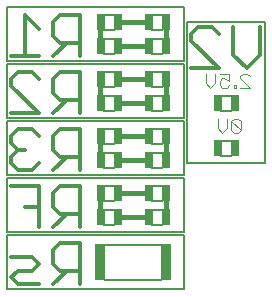
<source format=gbo>
G75*
G70*
%OFA0B0*%
%FSLAX24Y24*%
%IPPOS*%
%LPD*%
%AMOC8*
5,1,8,0,0,1.08239X$1,22.5*
%
%ADD10C,0.0120*%
%ADD11C,0.0050*%
%ADD12C,0.0160*%
%ADD13C,0.0040*%
%ADD14R,0.0256X0.0551*%
%ADD15C,0.0060*%
%ADD16R,0.0335X0.1221*%
D10*
X003092Y000903D02*
X003322Y001133D01*
X003782Y001133D01*
X004012Y001363D01*
X003782Y001593D01*
X003092Y001593D01*
X003092Y000903D02*
X003322Y000672D01*
X004012Y000672D01*
X004473Y000672D02*
X004933Y001133D01*
X004703Y001133D02*
X005394Y001133D01*
X005394Y000672D02*
X005394Y002054D01*
X004703Y002054D01*
X004473Y001823D01*
X004473Y001363D01*
X004703Y001133D01*
X004473Y002572D02*
X004933Y003033D01*
X004703Y003033D02*
X005394Y003033D01*
X005394Y002572D02*
X005394Y003954D01*
X004703Y003954D01*
X004473Y003723D01*
X004473Y003263D01*
X004703Y003033D01*
X004012Y003263D02*
X003552Y003263D01*
X004012Y002572D02*
X004012Y003954D01*
X003092Y003954D01*
X003322Y004472D02*
X003782Y004472D01*
X004012Y004703D01*
X004473Y004472D02*
X004933Y004933D01*
X004703Y004933D02*
X005394Y004933D01*
X005394Y004472D02*
X005394Y005854D01*
X004703Y005854D01*
X004473Y005623D01*
X004473Y005163D01*
X004703Y004933D01*
X004012Y005623D02*
X003782Y005854D01*
X003322Y005854D01*
X003092Y005623D01*
X003092Y005393D01*
X003322Y005163D01*
X003092Y004933D01*
X003092Y004703D01*
X003322Y004472D01*
X003322Y005163D02*
X003552Y005163D01*
X003092Y006372D02*
X004012Y006372D01*
X003092Y007293D01*
X003092Y007523D01*
X003322Y007754D01*
X003782Y007754D01*
X004012Y007523D01*
X004473Y007523D02*
X004473Y007063D01*
X004703Y006833D01*
X005394Y006833D01*
X005394Y006372D02*
X005394Y007754D01*
X004703Y007754D01*
X004473Y007523D01*
X004473Y008272D02*
X004933Y008733D01*
X004703Y008733D02*
X005394Y008733D01*
X005394Y008272D02*
X005394Y009654D01*
X004703Y009654D01*
X004473Y009423D01*
X004473Y008963D01*
X004703Y008733D01*
X004012Y009193D02*
X003552Y009654D01*
X003552Y008272D01*
X004012Y008272D02*
X003092Y008272D01*
X004933Y006833D02*
X004473Y006372D01*
X009092Y007872D02*
X010012Y007872D01*
X009092Y008793D01*
X009092Y009023D01*
X009322Y009254D01*
X009782Y009254D01*
X010012Y009023D01*
X010473Y009254D02*
X010473Y008333D01*
X010933Y007872D01*
X011394Y008333D01*
X011394Y009254D01*
D11*
X002954Y002312D02*
X002954Y000512D01*
X008854Y000512D01*
X008854Y002312D01*
X002954Y002312D01*
X002954Y002412D02*
X002954Y004212D01*
X008854Y004212D01*
X008854Y002412D01*
X002954Y002412D01*
X002954Y004312D02*
X002954Y006112D01*
X008854Y006112D01*
X008854Y004312D01*
X002954Y004312D01*
X002954Y006212D02*
X002954Y008012D01*
X008854Y008012D01*
X008854Y006212D01*
X002954Y006212D01*
X002954Y008112D02*
X008854Y008112D01*
X008854Y009912D01*
X002954Y009912D01*
X002954Y008112D01*
X008954Y009412D02*
X008954Y004712D01*
X011554Y004712D01*
X011554Y009412D01*
X008954Y009412D01*
D12*
X008254Y009412D02*
X008254Y008612D01*
X007554Y008612D02*
X006754Y008612D01*
X006054Y008612D02*
X006054Y009412D01*
X006754Y009412D02*
X007554Y009412D01*
X007554Y007512D02*
X006754Y007512D01*
X006054Y007512D02*
X006054Y006712D01*
X006754Y006712D02*
X007554Y006712D01*
X008254Y006712D02*
X008254Y007512D01*
X008254Y005612D02*
X008254Y004812D01*
X007554Y004812D02*
X006754Y004812D01*
X006054Y004812D02*
X006054Y005612D01*
X006754Y005612D02*
X007554Y005612D01*
X007554Y003712D02*
X006754Y003712D01*
X006054Y003712D02*
X006054Y002912D01*
X006754Y002912D02*
X007554Y002912D01*
X008254Y002912D02*
X008254Y003712D01*
D13*
X010120Y005732D02*
X009966Y005886D01*
X009966Y006193D01*
X010273Y006193D02*
X010273Y005886D01*
X010120Y005732D01*
X010427Y005809D02*
X010427Y006116D01*
X010734Y005809D01*
X010657Y005732D01*
X010503Y005732D01*
X010427Y005809D01*
X010734Y005809D02*
X010734Y006116D01*
X010657Y006193D01*
X010503Y006193D01*
X010427Y006116D01*
X010496Y007232D02*
X010573Y007232D01*
X010573Y007309D01*
X010496Y007309D01*
X010496Y007232D01*
X010343Y007309D02*
X010266Y007232D01*
X010113Y007232D01*
X010036Y007309D01*
X010036Y007463D01*
X010113Y007539D01*
X010190Y007539D01*
X010343Y007463D01*
X010343Y007693D01*
X010036Y007693D01*
X009883Y007693D02*
X009883Y007386D01*
X009729Y007232D01*
X009576Y007386D01*
X009576Y007693D01*
X010727Y007616D02*
X010803Y007693D01*
X010957Y007693D01*
X011034Y007616D01*
X010727Y007616D02*
X010727Y007539D01*
X011034Y007232D01*
X010727Y007232D01*
D14*
X010546Y006713D03*
X009966Y006713D03*
X009966Y005213D03*
X010546Y005213D03*
X008246Y004813D03*
X007666Y004813D03*
X007666Y005613D03*
X008246Y005613D03*
X008246Y006713D03*
X007666Y006713D03*
X007666Y007513D03*
X008246Y007513D03*
X008246Y008613D03*
X007666Y008613D03*
X007666Y009413D03*
X008246Y009413D03*
X006646Y009413D03*
X006066Y009413D03*
X006066Y008613D03*
X006646Y008613D03*
X006646Y007513D03*
X006066Y007513D03*
X006066Y006713D03*
X006646Y006713D03*
X006646Y005613D03*
X006066Y005613D03*
X006066Y004813D03*
X006646Y004813D03*
X006646Y003713D03*
X006066Y003713D03*
X006066Y002913D03*
X006646Y002913D03*
X007666Y002913D03*
X008246Y002913D03*
X008246Y003713D03*
X007666Y003713D03*
D15*
X007792Y003962D02*
X008115Y003962D01*
X008115Y003462D02*
X007792Y003462D01*
X007792Y003162D02*
X008115Y003162D01*
X008115Y002662D02*
X007792Y002662D01*
X008093Y001992D02*
X006224Y001992D01*
X006192Y002662D02*
X006515Y002662D01*
X006515Y003162D02*
X006192Y003162D01*
X006192Y003462D02*
X006515Y003462D01*
X006515Y003962D02*
X006192Y003962D01*
X006192Y004562D02*
X006515Y004562D01*
X006515Y005062D02*
X006192Y005062D01*
X006192Y005362D02*
X006515Y005362D01*
X006515Y005862D02*
X006192Y005862D01*
X006192Y006462D02*
X006515Y006462D01*
X006515Y006962D02*
X006192Y006962D01*
X006192Y007262D02*
X006515Y007262D01*
X006515Y007762D02*
X006192Y007762D01*
X006192Y008362D02*
X006515Y008362D01*
X006515Y008862D02*
X006192Y008862D01*
X006192Y009162D02*
X006515Y009162D01*
X006515Y009662D02*
X006192Y009662D01*
X007792Y009662D02*
X008115Y009662D01*
X008115Y009162D02*
X007792Y009162D01*
X007792Y008862D02*
X008115Y008862D01*
X008115Y008362D02*
X007792Y008362D01*
X007792Y007762D02*
X008115Y007762D01*
X008115Y007262D02*
X007792Y007262D01*
X007792Y006962D02*
X008115Y006962D01*
X008115Y006462D02*
X007792Y006462D01*
X007792Y005862D02*
X008115Y005862D01*
X008115Y005362D02*
X007792Y005362D01*
X007792Y005062D02*
X008115Y005062D01*
X008115Y004562D02*
X007792Y004562D01*
X010092Y004962D02*
X010415Y004962D01*
X010415Y005462D02*
X010092Y005462D01*
X010092Y006462D02*
X010415Y006462D01*
X010415Y006962D02*
X010092Y006962D01*
X008093Y000833D02*
X006224Y000833D01*
D16*
X006061Y001412D03*
X008251Y001412D03*
M02*

</source>
